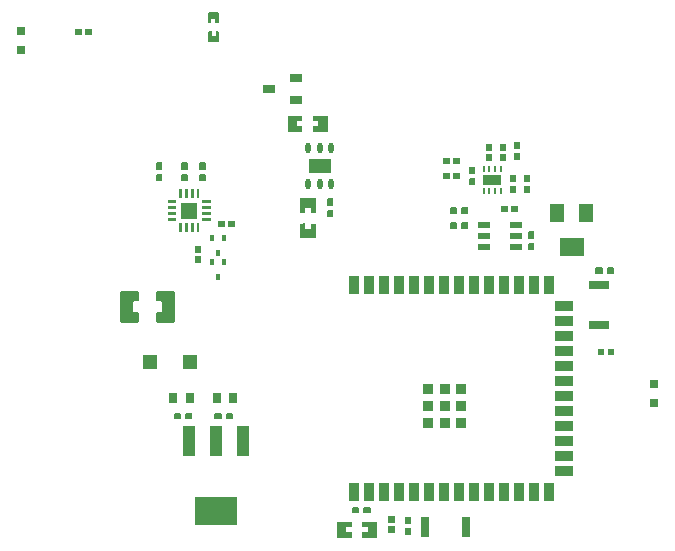
<source format=gtp>
G04 Layer: TopPasteMaskLayer*
G04 EasyEDA v6.5.51, 2025-10-19 23:19:45*
G04 7b2d1a5a50ca49e0b1e0c3d03fbfd553,f84f62d461a54663ae58951fd378ab02,10*
G04 Gerber Generator version 0.2*
G04 Scale: 100 percent, Rotated: No, Reflected: No *
G04 Dimensions in millimeters *
G04 leading zeros omitted , absolute positions ,4 integer and 5 decimal *
%FSLAX45Y45*%
%MOMM*%

%AMMACRO1*21,1,$1,$2,0,0,$3*%
%ADD10R,0.4000X0.5100*%
%ADD11R,0.8000X0.9000*%
%ADD12R,0.8000X0.8000*%
%ADD13R,1.0000X0.8000*%
%ADD14R,1.7000X0.8000*%
%ADD15R,0.0189X0.8000*%
%ADD16R,0.8000X1.7000*%
%ADD17R,1.1000X0.6000*%
%ADD18R,1.1000X2.5000*%
%ADD19MACRO1,3.6X2.34X0.0000*%
%ADD20R,0.9000X1.5000*%
%ADD21R,1.5000X0.9000*%
%ADD22R,0.9000X0.9000*%
%ADD23R,1.3000X1.3000*%
%ADD24R,0.2500X0.5210*%
%ADD25R,1.6000X0.9000*%
%ADD26O,0.489991X0.910006*%
%ADD27MACRO1,1.9X1.2X0.0000*%
%ADD28R,1.3000X1.6000*%
%ADD29R,2.0000X1.6000*%

%LPD*%
G36*
X2427020Y-548487D02*
G01*
X2423007Y-552500D01*
X2423007Y-602538D01*
X2427020Y-606552D01*
X2472994Y-606552D01*
X2477008Y-602538D01*
X2477008Y-552500D01*
X2472994Y-548487D01*
G37*
G36*
X2427020Y-463448D02*
G01*
X2423007Y-467461D01*
X2423007Y-517499D01*
X2427020Y-521512D01*
X2472994Y-521512D01*
X2477008Y-517499D01*
X2477008Y-467461D01*
X2472994Y-463448D01*
G37*
G36*
X965098Y-1021587D02*
G01*
X960119Y-1028598D01*
X960119Y-1076604D01*
X965098Y-1081582D01*
X1010107Y-1081582D01*
X1015085Y-1076604D01*
X1015085Y-1028598D01*
X1010107Y-1021587D01*
G37*
G36*
X965098Y-925576D02*
G01*
X960119Y-930605D01*
X960119Y-978611D01*
X965098Y-985570D01*
X1010107Y-985570D01*
X1015085Y-978611D01*
X1015085Y-930605D01*
X1010107Y-925576D01*
G37*
G36*
X-482701Y-620776D02*
G01*
X-487680Y-625805D01*
X-487680Y-673811D01*
X-482701Y-680770D01*
X-437692Y-680770D01*
X-432714Y-673811D01*
X-432714Y-625805D01*
X-437692Y-620776D01*
G37*
G36*
X-482701Y-716788D02*
G01*
X-487680Y-723798D01*
X-487680Y-771804D01*
X-482701Y-776782D01*
X-437692Y-776782D01*
X-432714Y-771804D01*
X-432714Y-723798D01*
X-437692Y-716788D01*
G37*
G36*
X-114401Y-716788D02*
G01*
X-119380Y-723798D01*
X-119380Y-771804D01*
X-114401Y-776782D01*
X-69392Y-776782D01*
X-64414Y-771804D01*
X-64414Y-723798D01*
X-69392Y-716788D01*
G37*
G36*
X-114401Y-620776D02*
G01*
X-119380Y-625805D01*
X-119380Y-673811D01*
X-114401Y-680770D01*
X-69392Y-680770D01*
X-64414Y-673811D01*
X-64414Y-625805D01*
X-69392Y-620776D01*
G37*
G36*
X-266801Y-620776D02*
G01*
X-271780Y-625805D01*
X-271780Y-673811D01*
X-266801Y-680770D01*
X-221792Y-680770D01*
X-216814Y-673811D01*
X-216814Y-625805D01*
X-221792Y-620776D01*
G37*
G36*
X-266801Y-716788D02*
G01*
X-271780Y-723798D01*
X-271780Y-771804D01*
X-266801Y-776782D01*
X-221792Y-776782D01*
X-216814Y-771804D01*
X-216814Y-723798D01*
X-221792Y-716788D01*
G37*
G36*
X-153009Y-1325727D02*
G01*
X-156972Y-1329740D01*
X-156972Y-1379778D01*
X-153009Y-1383792D01*
X-106984Y-1383792D01*
X-102971Y-1379778D01*
X-102971Y-1329740D01*
X-106984Y-1325727D01*
G37*
G36*
X-153009Y-1410817D02*
G01*
X-156972Y-1414780D01*
X-156972Y-1464868D01*
X-153009Y-1468882D01*
X-106984Y-1468882D01*
X-102971Y-1464868D01*
X-102971Y-1414780D01*
X-106984Y-1410817D01*
G37*
G36*
X128828Y-1116279D02*
G01*
X124815Y-1120292D01*
X124815Y-1166317D01*
X128828Y-1170279D01*
X178866Y-1170279D01*
X182880Y-1166317D01*
X182880Y-1120292D01*
X178866Y-1116279D01*
G37*
G36*
X43738Y-1116279D02*
G01*
X39725Y-1120292D01*
X39725Y-1166317D01*
X43738Y-1170279D01*
X93827Y-1170279D01*
X97790Y-1166317D01*
X97790Y-1120292D01*
X93827Y-1116279D01*
G37*
G36*
X-274218Y-960983D02*
G01*
X-274218Y-1097026D01*
X-138226Y-1097026D01*
X-138226Y-960983D01*
G37*
G36*
X-98704Y-1091488D02*
G01*
X-98704Y-1116482D01*
X-23723Y-1116482D01*
X-23723Y-1091488D01*
G37*
G36*
X-98704Y-1041501D02*
G01*
X-98704Y-1066495D01*
X-23723Y-1066495D01*
X-23723Y-1041501D01*
G37*
G36*
X-98704Y-991514D02*
G01*
X-98704Y-1016508D01*
X-23723Y-1016508D01*
X-23723Y-991514D01*
G37*
G36*
X-98704Y-941527D02*
G01*
X-98704Y-966520D01*
X-23723Y-966520D01*
X-23723Y-941527D01*
G37*
G36*
X-388670Y-1091488D02*
G01*
X-388670Y-1116482D01*
X-313690Y-1116482D01*
X-313690Y-1091488D01*
G37*
G36*
X-388670Y-1041501D02*
G01*
X-388670Y-1066495D01*
X-313690Y-1066495D01*
X-313690Y-1041501D01*
G37*
G36*
X-388670Y-991514D02*
G01*
X-388670Y-1016508D01*
X-313690Y-1016508D01*
X-313690Y-991514D01*
G37*
G36*
X-388670Y-941527D02*
G01*
X-388670Y-966520D01*
X-313690Y-966520D01*
X-313690Y-941527D01*
G37*
G36*
X-143764Y-1136497D02*
G01*
X-143764Y-1211529D01*
X-118770Y-1211529D01*
X-118770Y-1136497D01*
G37*
G36*
X-193751Y-1136497D02*
G01*
X-193751Y-1211529D01*
X-168757Y-1211529D01*
X-168757Y-1136497D01*
G37*
G36*
X-243789Y-1136497D02*
G01*
X-243789Y-1211529D01*
X-218795Y-1211529D01*
X-218795Y-1136497D01*
G37*
G36*
X-293776Y-1136497D02*
G01*
X-293776Y-1211529D01*
X-268782Y-1211529D01*
X-268782Y-1136497D01*
G37*
G36*
X-143865Y-846531D02*
G01*
X-143865Y-921512D01*
X-118872Y-921512D01*
X-118872Y-846531D01*
G37*
G36*
X-193852Y-846531D02*
G01*
X-193852Y-921512D01*
X-168859Y-921512D01*
X-168859Y-846531D01*
G37*
G36*
X-243840Y-846531D02*
G01*
X-243840Y-921512D01*
X-218846Y-921512D01*
X-218846Y-846531D01*
G37*
G36*
X-293827Y-846531D02*
G01*
X-293827Y-921512D01*
X-268833Y-921512D01*
X-268833Y-846531D01*
G37*
G36*
X777087Y-1137208D02*
G01*
X736092Y-1137716D01*
X731113Y-1142695D01*
X731113Y-1257706D01*
X736092Y-1262684D01*
X864108Y-1262684D01*
X869086Y-1257706D01*
X869086Y-1142695D01*
X864108Y-1137716D01*
X822096Y-1138174D01*
X822096Y-1182217D01*
X777087Y-1182217D01*
G37*
G36*
X736092Y-921715D02*
G01*
X731113Y-926693D01*
X731113Y-1041704D01*
X736092Y-1046683D01*
X778103Y-1046226D01*
X778103Y-1002182D01*
X823112Y-1002182D01*
X823112Y-1047191D01*
X864108Y-1046683D01*
X869086Y-1041704D01*
X869086Y-926693D01*
X864108Y-921715D01*
G37*
G36*
X1265478Y-3661003D02*
G01*
X1260500Y-3665982D01*
X1261008Y-3707993D01*
X1305001Y-3707993D01*
X1305001Y-3753002D01*
X1259992Y-3753002D01*
X1260500Y-3793998D01*
X1265478Y-3798976D01*
X1380490Y-3798976D01*
X1385519Y-3793998D01*
X1385519Y-3665982D01*
X1380490Y-3661003D01*
G37*
G36*
X1049477Y-3661003D02*
G01*
X1044498Y-3665982D01*
X1044498Y-3793998D01*
X1049477Y-3798976D01*
X1164488Y-3798976D01*
X1169517Y-3793998D01*
X1169009Y-3751986D01*
X1125016Y-3751986D01*
X1125016Y-3706977D01*
X1170025Y-3706977D01*
X1169517Y-3665982D01*
X1164488Y-3661003D01*
G37*
G36*
X1624380Y-3619093D02*
G01*
X1619402Y-3624072D01*
X1619402Y-3672078D01*
X1624380Y-3679088D01*
X1669389Y-3679088D01*
X1674368Y-3672078D01*
X1674368Y-3624072D01*
X1669389Y-3619093D01*
G37*
G36*
X1624380Y-3715105D02*
G01*
X1619402Y-3722115D01*
X1619402Y-3770071D01*
X1624380Y-3775100D01*
X1669389Y-3775100D01*
X1674368Y-3770071D01*
X1674368Y-3722115D01*
X1669389Y-3715105D01*
G37*
G36*
X1276197Y-3537407D02*
G01*
X1269187Y-3542385D01*
X1269187Y-3587394D01*
X1276197Y-3592423D01*
X1324203Y-3592423D01*
X1329182Y-3587394D01*
X1329182Y-3542385D01*
X1324203Y-3537407D01*
G37*
G36*
X1178204Y-3537407D02*
G01*
X1173226Y-3542385D01*
X1173226Y-3587394D01*
X1178204Y-3592423D01*
X1226210Y-3592423D01*
X1233220Y-3587394D01*
X1233220Y-3542385D01*
X1226210Y-3537407D01*
G37*
G36*
X2632506Y-726998D02*
G01*
X2627477Y-731977D01*
X2627477Y-779983D01*
X2632506Y-786993D01*
X2677515Y-786993D01*
X2682494Y-779983D01*
X2682494Y-731977D01*
X2677515Y-726998D01*
G37*
G36*
X2632506Y-823010D02*
G01*
X2627477Y-830021D01*
X2627477Y-877976D01*
X2632506Y-883005D01*
X2677515Y-883005D01*
X2682494Y-877976D01*
X2682494Y-830021D01*
X2677515Y-823010D01*
G37*
G36*
X3336696Y-1509522D02*
G01*
X3329686Y-1514500D01*
X3329686Y-1559509D01*
X3336696Y-1564487D01*
X3384702Y-1564487D01*
X3389731Y-1559509D01*
X3389731Y-1514500D01*
X3384702Y-1509522D01*
G37*
G36*
X3238703Y-1509522D02*
G01*
X3233724Y-1514500D01*
X3233724Y-1559509D01*
X3238703Y-1564487D01*
X3286709Y-1564487D01*
X3293719Y-1559509D01*
X3293719Y-1514500D01*
X3286709Y-1509522D01*
G37*
G36*
X2006803Y-1001471D02*
G01*
X2001824Y-1006500D01*
X2001824Y-1051509D01*
X2006803Y-1056487D01*
X2054809Y-1056487D01*
X2061819Y-1051509D01*
X2061819Y-1006500D01*
X2054809Y-1001471D01*
G37*
G36*
X2104796Y-1001471D02*
G01*
X2097786Y-1006500D01*
X2097786Y-1051509D01*
X2104796Y-1056487D01*
X2152802Y-1056487D01*
X2157780Y-1051509D01*
X2157780Y-1006500D01*
X2152802Y-1001471D01*
G37*
G36*
X2512517Y-726998D02*
G01*
X2507488Y-731977D01*
X2507488Y-779983D01*
X2512517Y-786993D01*
X2557475Y-786993D01*
X2562504Y-779983D01*
X2562504Y-731977D01*
X2557475Y-726998D01*
G37*
G36*
X2512517Y-823010D02*
G01*
X2507488Y-830021D01*
X2507488Y-877976D01*
X2512517Y-883005D01*
X2557475Y-883005D01*
X2562504Y-877976D01*
X2562504Y-830021D01*
X2557475Y-823010D01*
G37*
G36*
X2006803Y-1128471D02*
G01*
X2001824Y-1133500D01*
X2001824Y-1178509D01*
X2006803Y-1183487D01*
X2054809Y-1183487D01*
X2061819Y-1178509D01*
X2061819Y-1133500D01*
X2054809Y-1128471D01*
G37*
G36*
X2104796Y-1128471D02*
G01*
X2097786Y-1133500D01*
X2097786Y-1178509D01*
X2104796Y-1183487D01*
X2152802Y-1183487D01*
X2157780Y-1178509D01*
X2157780Y-1133500D01*
X2152802Y-1128471D01*
G37*
G36*
X2666898Y-1300988D02*
G01*
X2661920Y-1307998D01*
X2661920Y-1356004D01*
X2666898Y-1360982D01*
X2711907Y-1360982D01*
X2716885Y-1356004D01*
X2716885Y-1307998D01*
X2711907Y-1300988D01*
G37*
G36*
X2666898Y-1204976D02*
G01*
X2661920Y-1210005D01*
X2661920Y-1258011D01*
X2666898Y-1264970D01*
X2711907Y-1264970D01*
X2716885Y-1258011D01*
X2716885Y-1210005D01*
X2711907Y-1204976D01*
G37*
G36*
X2547518Y-446989D02*
G01*
X2542489Y-452018D01*
X2542489Y-499973D01*
X2547518Y-506984D01*
X2592476Y-506984D01*
X2597505Y-499973D01*
X2597505Y-452018D01*
X2592476Y-446989D01*
G37*
G36*
X2547518Y-543001D02*
G01*
X2542489Y-550011D01*
X2542489Y-598017D01*
X2547518Y-602996D01*
X2592476Y-602996D01*
X2597505Y-598017D01*
X2597505Y-550011D01*
X2592476Y-543001D01*
G37*
G36*
X2167483Y-753008D02*
G01*
X2162505Y-760018D01*
X2162505Y-808024D01*
X2167483Y-813003D01*
X2212492Y-813003D01*
X2217470Y-808024D01*
X2217470Y-760018D01*
X2212492Y-753008D01*
G37*
G36*
X2167483Y-656996D02*
G01*
X2162505Y-662025D01*
X2162505Y-709980D01*
X2167483Y-716991D01*
X2212492Y-716991D01*
X2217470Y-709980D01*
X2217470Y-662025D01*
X2212492Y-656996D01*
G37*
G36*
X-329996Y-2741371D02*
G01*
X-334975Y-2746400D01*
X-334975Y-2791409D01*
X-329996Y-2796387D01*
X-281990Y-2796387D01*
X-274980Y-2791409D01*
X-274980Y-2746400D01*
X-281990Y-2741371D01*
G37*
G36*
X-232003Y-2741371D02*
G01*
X-239014Y-2746400D01*
X-239014Y-2791409D01*
X-232003Y-2796387D01*
X-183997Y-2796387D01*
X-179019Y-2791409D01*
X-179019Y-2746400D01*
X-183997Y-2741371D01*
G37*
G36*
X110896Y-2741422D02*
G01*
X103885Y-2746400D01*
X103885Y-2791409D01*
X110896Y-2796387D01*
X158902Y-2796387D01*
X163931Y-2791409D01*
X163931Y-2746400D01*
X158902Y-2741422D01*
G37*
G36*
X12903Y-2741422D02*
G01*
X7924Y-2746400D01*
X7924Y-2791409D01*
X12903Y-2796387D01*
X60909Y-2796387D01*
X67919Y-2791409D01*
X67919Y-2746400D01*
X60909Y-2741422D01*
G37*
G36*
X-478790Y-1706473D02*
G01*
X-488797Y-1716481D01*
X-488797Y-1785620D01*
X-478790Y-1795576D01*
X-443230Y-1795576D01*
X-433222Y-1805584D01*
X-433222Y-1877415D01*
X-443230Y-1887423D01*
X-478790Y-1887423D01*
X-488797Y-1897380D01*
X-488797Y-1966518D01*
X-478790Y-1976526D01*
X-335280Y-1976526D01*
X-325323Y-1966518D01*
X-325323Y-1716481D01*
X-335280Y-1706473D01*
G37*
G36*
X-782320Y-1706473D02*
G01*
X-792276Y-1716481D01*
X-792276Y-1966518D01*
X-782320Y-1976526D01*
X-638810Y-1976526D01*
X-628802Y-1966518D01*
X-628802Y-1897380D01*
X-638810Y-1887423D01*
X-674370Y-1887423D01*
X-684377Y-1877415D01*
X-684377Y-1805584D01*
X-674370Y-1795576D01*
X-638810Y-1795576D01*
X-628802Y-1785620D01*
X-628802Y-1716481D01*
X-638810Y-1706473D01*
G37*
G36*
X1484172Y-3697884D02*
G01*
X1480210Y-3701897D01*
X1480210Y-3751935D01*
X1484172Y-3755948D01*
X1530197Y-3755948D01*
X1534210Y-3751935D01*
X1534210Y-3701897D01*
X1530197Y-3697884D01*
G37*
G36*
X1484172Y-3612845D02*
G01*
X1480210Y-3616807D01*
X1480210Y-3666896D01*
X1484172Y-3670909D01*
X1530197Y-3670909D01*
X1534210Y-3666896D01*
X1534210Y-3616807D01*
X1530197Y-3612845D01*
G37*
G36*
X3255721Y-2196896D02*
G01*
X3251708Y-2200910D01*
X3251708Y-2246884D01*
X3255721Y-2250897D01*
X3305810Y-2250897D01*
X3309772Y-2246884D01*
X3309772Y-2200910D01*
X3305810Y-2196896D01*
G37*
G36*
X3340811Y-2196896D02*
G01*
X3336798Y-2200910D01*
X3336798Y-2246884D01*
X3340811Y-2250897D01*
X3390849Y-2250897D01*
X3394862Y-2246884D01*
X3394862Y-2200910D01*
X3390849Y-2196896D01*
G37*
G36*
X2306980Y-548487D02*
G01*
X2303018Y-552500D01*
X2303018Y-602538D01*
X2306980Y-606552D01*
X2353005Y-606552D01*
X2357018Y-602538D01*
X2357018Y-552500D01*
X2353005Y-548487D01*
G37*
G36*
X2306980Y-463448D02*
G01*
X2303018Y-467461D01*
X2303018Y-517499D01*
X2306980Y-521512D01*
X2353005Y-521512D01*
X2357018Y-517499D01*
X2357018Y-467461D01*
X2353005Y-463448D01*
G37*
G36*
X2033828Y-709879D02*
G01*
X2029815Y-713892D01*
X2029815Y-759917D01*
X2033828Y-763879D01*
X2083866Y-763879D01*
X2087880Y-759917D01*
X2087880Y-713892D01*
X2083866Y-709879D01*
G37*
G36*
X1948738Y-709879D02*
G01*
X1944725Y-713892D01*
X1944725Y-759917D01*
X1948738Y-763879D01*
X1998827Y-763879D01*
X2002789Y-759917D01*
X2002789Y-713892D01*
X1998827Y-709879D01*
G37*
G36*
X-1165860Y513384D02*
G01*
X-1169873Y509371D01*
X-1169873Y463397D01*
X-1165860Y459384D01*
X-1115822Y459384D01*
X-1111808Y463397D01*
X-1111808Y509371D01*
X-1115822Y513384D01*
G37*
G36*
X-1080820Y513384D02*
G01*
X-1084783Y509371D01*
X-1084783Y463397D01*
X-1080820Y459384D01*
X-1030732Y459384D01*
X-1026718Y463397D01*
X-1026718Y509371D01*
X-1030732Y513384D01*
G37*
G36*
X2033828Y-582879D02*
G01*
X2029815Y-586892D01*
X2029815Y-632917D01*
X2033828Y-636879D01*
X2083866Y-636879D01*
X2087880Y-632917D01*
X2087880Y-586892D01*
X2083866Y-582879D01*
G37*
G36*
X1948738Y-582879D02*
G01*
X1944725Y-586892D01*
X1944725Y-632917D01*
X1948738Y-636879D01*
X1998827Y-636879D01*
X2002789Y-632917D01*
X2002789Y-586892D01*
X1998827Y-582879D01*
G37*
G36*
X2522474Y-988009D02*
G01*
X2518511Y-991971D01*
X2518511Y-1037996D01*
X2522474Y-1042009D01*
X2572562Y-1042009D01*
X2576576Y-1037996D01*
X2576576Y-991971D01*
X2572562Y-988009D01*
G37*
G36*
X2437434Y-988009D02*
G01*
X2433421Y-991971D01*
X2433421Y-1037996D01*
X2437434Y-1042009D01*
X2487472Y-1042009D01*
X2491486Y-1037996D01*
X2491486Y-991971D01*
X2487472Y-988009D01*
G37*
G36*
X847090Y-223418D02*
G01*
X842111Y-228396D01*
X842619Y-270408D01*
X886612Y-270408D01*
X886612Y-315366D01*
X841603Y-315366D01*
X842111Y-356412D01*
X847090Y-361391D01*
X962101Y-361391D01*
X967130Y-356412D01*
X967130Y-228396D01*
X962101Y-223418D01*
G37*
G36*
X632104Y-223418D02*
G01*
X627126Y-228396D01*
X627126Y-356412D01*
X632104Y-361391D01*
X747115Y-361391D01*
X752094Y-356412D01*
X751586Y-315366D01*
X707593Y-315366D01*
X707593Y-270408D01*
X752094Y-270408D01*
X752094Y-228396D01*
X747115Y-223418D01*
G37*
G36*
X-39979Y490474D02*
G01*
X-45008Y485495D01*
X-45008Y405485D01*
X-39979Y400507D01*
X39979Y400507D01*
X45008Y405485D01*
X45008Y485495D01*
X39979Y490474D01*
X17221Y490474D01*
X17221Y453491D01*
X-15798Y453491D01*
X-15798Y490474D01*
G37*
G36*
X-39979Y649478D02*
G01*
X-45008Y644499D01*
X-45008Y564489D01*
X-39979Y559511D01*
X-17221Y559511D01*
X-17221Y596493D01*
X15798Y596493D01*
X15798Y559511D01*
X39979Y559511D01*
X45008Y564489D01*
X45008Y644499D01*
X39979Y649478D01*
G37*
D10*
G01*
X35102Y-1386103D03*
G01*
X85115Y-1256106D03*
G01*
X-14884Y-1256106D03*
G01*
X35102Y-1589303D03*
G01*
X85115Y-1459306D03*
G01*
X-14884Y-1459306D03*
D11*
G01*
X-199694Y-2616504D03*
G01*
X-339699Y-2616504D03*
G01*
X28600Y-2616504D03*
G01*
X168605Y-2616504D03*
D12*
G01*
X3729685Y-2659506D03*
G01*
X3729685Y-2499487D03*
D13*
G01*
X696214Y94716D03*
G01*
X466217Y-279D03*
G01*
X696214Y-95300D03*
D14*
G01*
X3259785Y-2000199D03*
G01*
X3259785Y-1660194D03*
D16*
G01*
X1794383Y-3709796D03*
G01*
X2134387Y-3709796D03*
D17*
G01*
X2557703Y-1149908D03*
G01*
X2557703Y-1244904D03*
G01*
X2557703Y-1339900D03*
G01*
X2287701Y-1339900D03*
G01*
X2287701Y-1244904D03*
G01*
X2287701Y-1149908D03*
D18*
G01*
X252399Y-2979902D03*
G01*
X22402Y-2979902D03*
G01*
X-207594Y-2979902D03*
D19*
G01*
X22405Y-3573896D03*
D20*
G01*
X1187526Y-3407282D03*
G01*
X1314526Y-3407282D03*
G01*
X1441526Y-3407282D03*
G01*
X1568526Y-3407282D03*
G01*
X1695526Y-3407282D03*
G01*
X1822526Y-3407282D03*
G01*
X1949526Y-3407282D03*
G01*
X2076526Y-3407282D03*
G01*
X2203526Y-3407282D03*
G01*
X2330526Y-3407282D03*
G01*
X2457526Y-3407282D03*
G01*
X2584526Y-3407282D03*
G01*
X2711526Y-3407282D03*
G01*
X2838526Y-3407282D03*
D21*
G01*
X2966516Y-3230778D03*
G01*
X2966516Y-3103778D03*
G01*
X2966516Y-2976778D03*
G01*
X2966516Y-2849778D03*
G01*
X2966516Y-2722778D03*
G01*
X2966516Y-2595778D03*
G01*
X2966516Y-2468778D03*
G01*
X2966516Y-2341778D03*
G01*
X2966516Y-2214778D03*
G01*
X2966516Y-2087778D03*
G01*
X2966516Y-1960778D03*
G01*
X2963519Y-1833778D03*
D20*
G01*
X2838526Y-1657299D03*
G01*
X2711526Y-1657299D03*
G01*
X2584526Y-1657299D03*
G01*
X2457526Y-1657299D03*
G01*
X2330526Y-1657299D03*
G01*
X2203526Y-1657299D03*
G01*
X2076526Y-1657299D03*
G01*
X1949526Y-1657299D03*
G01*
X1822526Y-1657299D03*
G01*
X1695526Y-1657299D03*
G01*
X1568526Y-1657299D03*
G01*
X1441526Y-1657299D03*
G01*
X1314526Y-1657299D03*
G01*
X1187526Y-1657299D03*
D22*
G01*
X2099538Y-2542311D03*
G01*
X2099538Y-2682290D03*
G01*
X2099538Y-2822295D03*
G01*
X1819529Y-2822295D03*
G01*
X1819529Y-2682290D03*
G01*
X1819529Y-2542311D03*
G01*
X1959533Y-2542311D03*
G01*
X1959533Y-2822295D03*
G01*
X1959533Y-2682290D03*
D23*
G01*
X-201294Y-2311704D03*
G01*
X-541273Y-2311704D03*
D24*
G01*
X2436190Y-672490D03*
G01*
X2386203Y-672490D03*
G01*
X2336190Y-672490D03*
G01*
X2286203Y-672490D03*
G01*
X2286203Y-862482D03*
G01*
X2336190Y-862482D03*
G01*
X2386203Y-862482D03*
G01*
X2436190Y-862482D03*
D25*
G01*
X2361184Y-767486D03*
D26*
G01*
X803732Y-801014D03*
G01*
X898728Y-801014D03*
G01*
X993724Y-801014D03*
G01*
X993724Y-494995D03*
G01*
X898728Y-494995D03*
G01*
X803732Y-494995D03*
D27*
G01*
X898709Y-647997D03*
D28*
G01*
X3157296Y-1049096D03*
G01*
X2907309Y-1049096D03*
D29*
G01*
X3032302Y-1339087D03*
D12*
G01*
X-1631695Y490143D03*
G01*
X-1631695Y330225D03*
M02*

</source>
